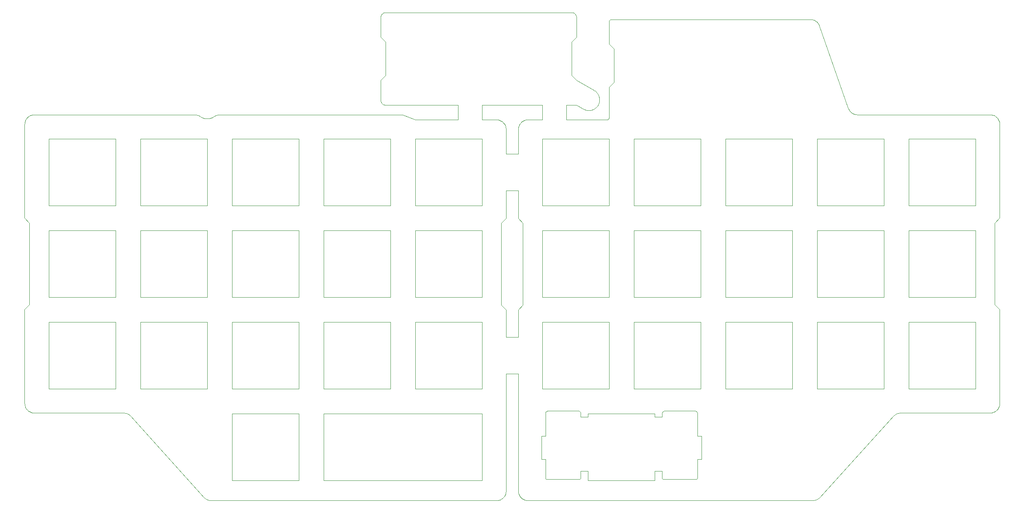
<source format=gm1>
G04 #@! TF.GenerationSoftware,KiCad,Pcbnew,(5.1.9)-1*
G04 #@! TF.CreationDate,2021-01-26T21:32:47-05:00*
G04 #@! TF.ProjectId,reviung34-split-L-TOP,72657669-756e-4673-9334-2d73706c6974,2.0*
G04 #@! TF.SameCoordinates,PX2faf080PY2faf080*
G04 #@! TF.FileFunction,Profile,NP*
%FSLAX46Y46*%
G04 Gerber Fmt 4.6, Leading zero omitted, Abs format (unit mm)*
G04 Created by KiCad (PCBNEW (5.1.9)-1) date 2021-01-26 21:32:47*
%MOMM*%
%LPD*%
G01*
G04 APERTURE LIST*
G04 #@! TA.AperFunction,Profile*
%ADD10C,0.100000*%
G04 #@! TD*
G04 APERTURE END LIST*
D10*
X197580160Y-38760032D02*
X183680147Y-38760032D01*
X197580138Y-24860019D02*
X197580160Y-38760032D01*
X183680147Y-24860041D02*
X197580138Y-24860019D01*
X183680147Y-38760032D02*
X183680147Y-24860041D01*
X197580160Y-57809989D02*
X183680147Y-57810011D01*
X197580138Y-43909998D02*
X197580160Y-57809989D01*
X183680147Y-43910019D02*
X197580138Y-43909998D01*
X183680147Y-57810011D02*
X183680147Y-43910019D01*
X197580160Y-76859989D02*
X183680147Y-76860011D01*
X197580138Y-62959998D02*
X197580160Y-76859989D01*
X183680147Y-62960019D02*
X197580138Y-62959998D01*
X183680147Y-76860011D02*
X183680147Y-62960019D01*
X163216456Y-59078D02*
X121880172Y-59100D01*
X159480160Y-38760032D02*
X145580147Y-38760032D01*
X159480138Y-24860019D02*
X159480160Y-38760032D01*
X145580147Y-24860041D02*
X159480138Y-24860019D01*
X145580147Y-38760032D02*
X145580147Y-24860041D01*
X159480160Y-57809989D02*
X145580147Y-57810011D01*
X159480138Y-43909998D02*
X159480160Y-57809989D01*
X145580147Y-43910019D02*
X159480138Y-43909998D01*
X145580147Y-57810011D02*
X145580147Y-43910019D01*
X178530160Y-38760032D02*
X164630147Y-38760032D01*
X178530138Y-24860019D02*
X178530160Y-38760032D01*
X164630147Y-24860041D02*
X178530138Y-24860019D01*
X164630147Y-38760032D02*
X164630147Y-24860041D01*
X178530160Y-57809989D02*
X164630147Y-57810011D01*
X178530138Y-43909998D02*
X178530160Y-57809989D01*
X164630147Y-43910019D02*
X178530138Y-43909998D01*
X164630147Y-57810011D02*
X164630147Y-43910019D01*
X178530160Y-76859989D02*
X164630147Y-76860011D01*
X178530138Y-62959998D02*
X178530160Y-76859989D01*
X164630147Y-62960019D02*
X178530138Y-62959998D01*
X164630147Y-76860011D02*
X164630147Y-62960019D01*
X202580156Y-21860030D02*
X202577553Y-21757109D01*
X202577553Y-21757109D02*
X202569830Y-21655540D01*
X202569830Y-21655540D02*
X202557111Y-21555448D01*
X202557111Y-21555448D02*
X202539522Y-21456958D01*
X202539522Y-21456958D02*
X202490239Y-21265289D01*
X202490239Y-21265289D02*
X202422985Y-21081537D01*
X202422985Y-21081537D02*
X202338765Y-20906708D01*
X202338765Y-20906708D02*
X202238586Y-20741807D01*
X202238586Y-20741807D02*
X202123451Y-20587839D01*
X202123451Y-20587839D02*
X201994367Y-20445811D01*
X201994367Y-20445811D02*
X201852339Y-20316727D01*
X201852339Y-20316727D02*
X201698371Y-20201592D01*
X201698371Y-20201592D02*
X201533470Y-20101413D01*
X201533470Y-20101413D02*
X201358641Y-20017193D01*
X201358641Y-20017193D02*
X201174889Y-19949939D01*
X201174889Y-19949939D02*
X200983220Y-19900656D01*
X200983220Y-19900656D02*
X200884730Y-19883067D01*
X200884730Y-19883067D02*
X200784638Y-19870348D01*
X200784638Y-19870348D02*
X200683069Y-19862625D01*
X200683069Y-19862625D02*
X200580149Y-19860023D01*
X202580156Y-41335026D02*
X202580156Y-21860030D01*
X165104127Y-1398273D02*
X165045991Y-1251048D01*
X165045991Y-1251048D02*
X164977256Y-1110433D01*
X164977256Y-1110433D02*
X164898482Y-976828D01*
X164898482Y-976828D02*
X164810230Y-850629D01*
X164810230Y-850629D02*
X164713064Y-732237D01*
X164713064Y-732237D02*
X164607543Y-622049D01*
X164607543Y-622049D02*
X164494231Y-520464D01*
X164494231Y-520464D02*
X164373688Y-427880D01*
X164373688Y-427880D02*
X164246476Y-344697D01*
X164246476Y-344697D02*
X164113158Y-271311D01*
X164113158Y-271311D02*
X163974294Y-208122D01*
X163974294Y-208122D02*
X163830447Y-155529D01*
X163830447Y-155529D02*
X163682178Y-113929D01*
X163682178Y-113929D02*
X163530048Y-83722D01*
X163530048Y-83722D02*
X163374620Y-65305D01*
X163374620Y-65305D02*
X163216456Y-59078D01*
X171097989Y-18520824D02*
X165104127Y-1398273D01*
X121380160Y-14104797D02*
X121380160Y-20412509D01*
X122378807Y-13106107D02*
X121380160Y-14104797D01*
X122378807Y-6176104D02*
X122378807Y-13106107D01*
X121380160Y-5177414D02*
X122378807Y-6176104D01*
X121380160Y-559113D02*
X121380160Y-5177414D01*
X121880172Y-59100D02*
X121779402Y-69258D01*
X121779402Y-69258D02*
X121663396Y-108406D01*
X121663396Y-108406D02*
X121562117Y-173278D01*
X121562117Y-173278D02*
X121479494Y-259947D01*
X121479494Y-259947D02*
X121419453Y-364485D01*
X121419453Y-364485D02*
X121385921Y-482965D01*
X121385921Y-482965D02*
X121380160Y-559113D01*
X202580091Y-60389483D02*
X201562324Y-59364481D01*
X172985666Y-19860023D02*
X172827500Y-19853795D01*
X172827500Y-19853795D02*
X172672072Y-19835378D01*
X172672072Y-19835378D02*
X172519942Y-19805171D01*
X172519942Y-19805171D02*
X172371672Y-19763571D01*
X172371672Y-19763571D02*
X172227824Y-19710977D01*
X172227824Y-19710977D02*
X172088960Y-19647788D01*
X172088960Y-19647788D02*
X171955641Y-19574403D01*
X171955641Y-19574403D02*
X171828430Y-19491218D01*
X171828430Y-19491218D02*
X171707886Y-19398634D01*
X171707886Y-19398634D02*
X171594573Y-19297049D01*
X171594573Y-19297049D02*
X171489053Y-19186861D01*
X171489053Y-19186861D02*
X171391886Y-19068468D01*
X171391886Y-19068468D02*
X171303634Y-18942270D01*
X171303634Y-18942270D02*
X171224859Y-18808664D01*
X171224859Y-18808664D02*
X171156124Y-18668049D01*
X171156124Y-18668049D02*
X171097989Y-18520824D01*
X200580149Y-19860023D02*
X172985666Y-19860023D01*
X159480160Y-76859989D02*
X145580147Y-76860011D01*
X159480138Y-62959998D02*
X159480160Y-76859989D01*
X145580147Y-62960019D02*
X159480138Y-62959998D01*
X145580147Y-76860011D02*
X145580147Y-62960019D01*
X201562324Y-59364481D02*
X201562324Y-42382486D01*
X140572464Y-86677607D02*
X140572464Y-91567683D01*
X139737114Y-86677607D02*
X140572464Y-86677607D01*
X139737114Y-81972016D02*
X139737114Y-86677607D01*
X139237102Y-81472003D02*
X139337870Y-81482161D01*
X139337870Y-81482161D02*
X139453876Y-81521310D01*
X139453876Y-81521310D02*
X139555154Y-81586182D01*
X139555154Y-81586182D02*
X139637778Y-81672851D01*
X139637778Y-81672851D02*
X139697820Y-81777389D01*
X139697820Y-81777389D02*
X139731352Y-81895869D01*
X139731352Y-81895869D02*
X139737114Y-81972016D01*
X132921725Y-81472003D02*
X139237102Y-81472003D01*
X132421734Y-81972016D02*
X132431892Y-81871246D01*
X132431892Y-81871246D02*
X132471040Y-81755241D01*
X132471040Y-81755241D02*
X132535911Y-81653962D01*
X132535911Y-81653962D02*
X132622578Y-81571338D01*
X132622578Y-81571338D02*
X132727111Y-81511297D01*
X132727111Y-81511297D02*
X132845584Y-81477764D01*
X132845584Y-81477764D02*
X132921725Y-81472003D01*
X132421734Y-95437064D02*
X132421734Y-93977958D01*
X132671740Y-95687070D02*
X132563347Y-95662414D01*
X132563347Y-95662414D02*
X132478820Y-95596085D01*
X132478820Y-95596085D02*
X132429604Y-95499540D01*
X132429604Y-95499540D02*
X132421734Y-95437064D01*
X139487108Y-95687070D02*
X132671740Y-95687070D01*
X139737114Y-95437064D02*
X139712458Y-95545446D01*
X139712458Y-95545446D02*
X139646129Y-95629976D01*
X139646129Y-95629976D02*
X139549584Y-95679198D01*
X139549584Y-95679198D02*
X139487108Y-95687070D01*
X139737114Y-91567683D02*
X139737114Y-95437064D01*
X140572464Y-91567683D02*
X139737114Y-91567683D01*
X132421734Y-82707091D02*
X132421734Y-81972016D01*
X130908347Y-82707091D02*
X132421734Y-82707091D01*
X130908347Y-82008986D02*
X130908347Y-82707091D01*
X201562324Y-42382486D02*
X202580156Y-41335026D01*
X116998903Y-82008986D02*
X130908347Y-82008986D01*
X116998903Y-82707091D02*
X116998903Y-82008986D01*
X115485537Y-82707091D02*
X116998903Y-82707091D01*
X115485537Y-81972016D02*
X115485537Y-82707091D01*
X114985546Y-81472003D02*
X115086307Y-81482161D01*
X115086307Y-81482161D02*
X115202306Y-81521310D01*
X115202306Y-81521310D02*
X115303581Y-81586182D01*
X115303581Y-81586182D02*
X115386202Y-81672851D01*
X115386202Y-81672851D02*
X115446243Y-81777389D01*
X115446243Y-81777389D02*
X115479775Y-81895869D01*
X115479775Y-81895869D02*
X115485537Y-81972016D01*
X89944869Y-20912500D02*
X81044874Y-20912500D01*
X89944869Y-17866002D02*
X89944869Y-20912500D01*
X74895939Y-17866002D02*
X89944869Y-17866002D01*
X73895957Y-16866020D02*
X73901119Y-16968262D01*
X73901119Y-16968262D02*
X73916273Y-17067551D01*
X73916273Y-17067551D02*
X73956635Y-17209847D01*
X73956635Y-17209847D02*
X74016649Y-17342670D01*
X74016649Y-17342670D02*
X74094617Y-17464325D01*
X74094617Y-17464325D02*
X74188844Y-17573114D01*
X74188844Y-17573114D02*
X74297633Y-17667341D01*
X74297633Y-17667341D02*
X74419288Y-17745309D01*
X74419288Y-17745309D02*
X74552111Y-17805323D01*
X74552111Y-17805323D02*
X74694407Y-17845685D01*
X74694407Y-17845685D02*
X74793696Y-17860839D01*
X74793696Y-17860839D02*
X74895939Y-17866002D01*
X73895957Y-12663089D02*
X73895957Y-16866020D01*
X74895960Y-11663043D02*
X73895957Y-12663089D01*
X74895960Y-4733040D02*
X74895960Y-11663043D01*
X73895957Y-3732993D02*
X74895960Y-4733040D01*
X73895957Y384004D02*
X73895957Y-3732993D01*
X74895960Y1384007D02*
X74793715Y1378845D01*
X74793715Y1378845D02*
X74694424Y1363691D01*
X74694424Y1363691D02*
X74552125Y1323328D01*
X74552125Y1323328D02*
X74419298Y1263313D01*
X74419298Y1263313D02*
X74297642Y1185342D01*
X74297642Y1185342D02*
X74188850Y1091114D01*
X74188850Y1091114D02*
X74094622Y982322D01*
X74094622Y982322D02*
X74016651Y860666D01*
X74016651Y860666D02*
X73956636Y727839D01*
X73956636Y727839D02*
X73916273Y585540D01*
X73916273Y585540D02*
X73901119Y486249D01*
X73901119Y486249D02*
X73895957Y384004D01*
X113586902Y1384007D02*
X74895960Y1384007D01*
X114586905Y384004D02*
X114581742Y486249D01*
X114581742Y486249D02*
X114566588Y585540D01*
X114566588Y585540D02*
X114526225Y727839D01*
X114526225Y727839D02*
X114466209Y860666D01*
X114466209Y860666D02*
X114388239Y982322D01*
X114388239Y982322D02*
X114294010Y1091114D01*
X114294010Y1091114D02*
X114185219Y1185342D01*
X114185219Y1185342D02*
X114063562Y1263313D01*
X114063562Y1263313D02*
X113930736Y1323328D01*
X113930736Y1323328D02*
X113788437Y1363691D01*
X113788437Y1363691D02*
X113689146Y1378845D01*
X113689146Y1378845D02*
X113586902Y1384007D01*
X114586905Y-3732993D02*
X114586905Y384004D01*
X113586902Y-4733040D02*
X114586905Y-3732993D01*
X113586902Y-11663043D02*
X113586902Y-4733040D01*
X114586905Y-12663089D02*
X113586902Y-11663043D01*
X118184963Y-14740438D02*
X114586905Y-12663089D01*
X119123917Y-17800747D02*
X119175610Y-17698260D01*
X119175610Y-17698260D02*
X119221291Y-17594353D01*
X119221291Y-17594353D02*
X119261038Y-17489210D01*
X119261038Y-17489210D02*
X119294930Y-17383018D01*
X119294930Y-17383018D02*
X119323045Y-17275964D01*
X119323045Y-17275964D02*
X119345461Y-17168233D01*
X119345461Y-17168233D02*
X119362257Y-17060013D01*
X119362257Y-17060013D02*
X119373511Y-16951489D01*
X119373511Y-16951489D02*
X119379302Y-16842849D01*
X119379302Y-16842849D02*
X119379707Y-16734278D01*
X119379707Y-16734278D02*
X119374807Y-16625962D01*
X119374807Y-16625962D02*
X119364678Y-16518088D01*
X119364678Y-16518088D02*
X119349399Y-16410843D01*
X119349399Y-16410843D02*
X119329050Y-16304413D01*
X119329050Y-16304413D02*
X119303707Y-16198984D01*
X119303707Y-16198984D02*
X119273450Y-16094742D01*
X119273450Y-16094742D02*
X119238357Y-15991874D01*
X119238357Y-15991874D02*
X119198506Y-15890566D01*
X119198506Y-15890566D02*
X119153976Y-15791005D01*
X119153976Y-15791005D02*
X119104845Y-15693376D01*
X119104845Y-15693376D02*
X119051192Y-15597867D01*
X119051192Y-15597867D02*
X118993095Y-15504664D01*
X118993095Y-15504664D02*
X118930633Y-15413952D01*
X118930633Y-15413952D02*
X118863883Y-15325919D01*
X118863883Y-15325919D02*
X118792925Y-15240751D01*
X118792925Y-15240751D02*
X118717837Y-15158633D01*
X118717837Y-15158633D02*
X118638697Y-15079753D01*
X118638697Y-15079753D02*
X118555583Y-15004297D01*
X118555583Y-15004297D02*
X118468574Y-14932451D01*
X118468574Y-14932451D02*
X118377749Y-14864402D01*
X118377749Y-14864402D02*
X118283186Y-14800335D01*
X118283186Y-14800335D02*
X118184963Y-14740438D01*
X116016684Y-18684729D02*
X116120314Y-18741056D01*
X116120314Y-18741056D02*
X116225564Y-18791420D01*
X116225564Y-18791420D02*
X116332229Y-18835876D01*
X116332229Y-18835876D02*
X116440105Y-18874478D01*
X116440105Y-18874478D02*
X116548988Y-18907282D01*
X116548988Y-18907282D02*
X116658674Y-18934341D01*
X116658674Y-18934341D02*
X116768959Y-18955711D01*
X116768959Y-18955711D02*
X116879638Y-18971445D01*
X116879638Y-18971445D02*
X116990509Y-18981600D01*
X116990509Y-18981600D02*
X117101366Y-18986229D01*
X117101366Y-18986229D02*
X117212007Y-18985387D01*
X117212007Y-18985387D02*
X117322226Y-18979129D01*
X117322226Y-18979129D02*
X117431819Y-18967509D01*
X117431819Y-18967509D02*
X117540584Y-18950583D01*
X117540584Y-18950583D02*
X117648314Y-18928404D01*
X117648314Y-18928404D02*
X117754808Y-18901028D01*
X117754808Y-18901028D02*
X117859860Y-18868508D01*
X117859860Y-18868508D02*
X117963266Y-18830901D01*
X117963266Y-18830901D02*
X118064823Y-18788260D01*
X118064823Y-18788260D02*
X118164327Y-18740640D01*
X118164327Y-18740640D02*
X118261572Y-18688096D01*
X118261572Y-18688096D02*
X118356356Y-18630682D01*
X118356356Y-18630682D02*
X118448475Y-18568453D01*
X118448475Y-18568453D02*
X118537723Y-18501465D01*
X118537723Y-18501465D02*
X118623898Y-18429770D01*
X118623898Y-18429770D02*
X118706795Y-18353425D01*
X118706795Y-18353425D02*
X118786210Y-18272484D01*
X118786210Y-18272484D02*
X118861940Y-18187001D01*
X118861940Y-18187001D02*
X118933779Y-18097031D01*
X118933779Y-18097031D02*
X119001524Y-18002629D01*
X119001524Y-18002629D02*
X119064971Y-17903849D01*
X119064971Y-17903849D02*
X119123917Y-17800747D01*
X114586905Y-17859241D02*
X116016684Y-18684729D01*
X114586905Y-17866002D02*
X114586905Y-17859241D01*
X112480165Y-17866002D02*
X114586905Y-17866002D01*
X112480165Y-20912500D02*
X112480165Y-17866002D01*
X120880169Y-20912500D02*
X112480165Y-20912500D01*
X121380160Y-20412509D02*
X121370001Y-20513274D01*
X121370001Y-20513274D02*
X121330855Y-20629275D01*
X121330855Y-20629275D02*
X121265986Y-20730549D01*
X121265986Y-20730549D02*
X121179321Y-20813169D01*
X121179321Y-20813169D02*
X121074787Y-20873208D01*
X121074787Y-20873208D02*
X120956312Y-20906738D01*
X120956312Y-20906738D02*
X120880169Y-20912500D01*
X108660587Y-81472003D02*
X114985546Y-81472003D01*
X108160596Y-81972016D02*
X108170753Y-81871246D01*
X108170753Y-81871246D02*
X108209899Y-81755241D01*
X108209899Y-81755241D02*
X108274766Y-81653962D01*
X108274766Y-81653962D02*
X108361430Y-81571338D01*
X108361430Y-81571338D02*
X108465964Y-81511297D01*
X108465964Y-81511297D02*
X108584441Y-81477764D01*
X108584441Y-81477764D02*
X108660587Y-81472003D01*
X99940663Y-73720000D02*
X102479978Y-73720000D01*
X99940728Y-98111965D02*
X99940663Y-73720000D01*
X97938977Y-100111972D02*
X98041961Y-100109456D01*
X98041961Y-100109456D02*
X98143597Y-100101813D01*
X98143597Y-100101813D02*
X98243757Y-100089167D01*
X98243757Y-100089167D02*
X98342317Y-100071645D01*
X98342317Y-100071645D02*
X98534130Y-100022475D01*
X98534130Y-100022475D02*
X98718028Y-99955308D01*
X98718028Y-99955308D02*
X98893003Y-99871152D01*
X98893003Y-99871152D02*
X99058049Y-99771012D01*
X99058049Y-99771012D02*
X99212157Y-99655896D01*
X99212157Y-99655896D02*
X99354321Y-99526809D01*
X99354321Y-99526809D02*
X99483533Y-99384758D01*
X99483533Y-99384758D02*
X99598785Y-99230750D01*
X99598785Y-99230750D02*
X99699069Y-99065792D01*
X99699069Y-99065792D02*
X99783380Y-98890889D01*
X99783380Y-98890889D02*
X99850708Y-98707048D01*
X99850708Y-98707048D02*
X99900047Y-98515276D01*
X99900047Y-98515276D02*
X99917656Y-98416731D01*
X99917656Y-98416731D02*
X99930390Y-98316580D01*
X99930390Y-98316580D02*
X99938122Y-98214949D01*
X99938122Y-98214949D02*
X99940728Y-98111965D01*
X38665523Y-100111994D02*
X97938977Y-100111972D01*
X37181552Y-99452818D02*
X37254492Y-99529381D01*
X37254492Y-99529381D02*
X37330986Y-99601636D01*
X37330986Y-99601636D02*
X37410839Y-99669493D01*
X37410839Y-99669493D02*
X37493854Y-99732866D01*
X37493854Y-99732866D02*
X37579836Y-99791669D01*
X37579836Y-99791669D02*
X37668590Y-99845815D01*
X37668590Y-99845815D02*
X37759919Y-99895216D01*
X37759919Y-99895216D02*
X37853629Y-99939786D01*
X37853629Y-99939786D02*
X37949523Y-99979437D01*
X37949523Y-99979437D02*
X38047407Y-100014084D01*
X38047407Y-100014084D02*
X38147083Y-100043639D01*
X38147083Y-100043639D02*
X38248358Y-100068015D01*
X38248358Y-100068015D02*
X38351035Y-100087125D01*
X38351035Y-100087125D02*
X38454918Y-100100883D01*
X38454918Y-100100883D02*
X38559813Y-100109201D01*
X38559813Y-100109201D02*
X38665523Y-100111994D01*
X21918811Y-82560395D02*
X37181552Y-99452818D01*
X20434792Y-81901197D02*
X20540505Y-81903989D01*
X20540505Y-81903989D02*
X20645403Y-81912307D01*
X20645403Y-81912307D02*
X20749290Y-81926066D01*
X20749290Y-81926066D02*
X20851970Y-81945177D01*
X20851970Y-81945177D02*
X20953248Y-81969554D01*
X20953248Y-81969554D02*
X21052927Y-81999109D01*
X21052927Y-81999109D02*
X21150814Y-82033757D01*
X21150814Y-82033757D02*
X21246711Y-82073410D01*
X21246711Y-82073410D02*
X21340424Y-82117982D01*
X21340424Y-82117982D02*
X21431756Y-82167384D01*
X21431756Y-82167384D02*
X21520512Y-82221532D01*
X21520512Y-82221532D02*
X21606497Y-82280336D01*
X21606497Y-82280336D02*
X21689515Y-82343712D01*
X21689515Y-82343712D02*
X21769370Y-82411572D01*
X21769370Y-82411572D02*
X21845867Y-82483828D01*
X21845867Y-82483828D02*
X21918811Y-82560395D01*
X1844907Y-81901197D02*
X20434792Y-81901197D01*
X-155101Y-79901182D02*
X-152499Y-80004102D01*
X-152499Y-80004102D02*
X-144776Y-80105671D01*
X-144776Y-80105671D02*
X-132058Y-80205764D01*
X-132058Y-80205764D02*
X-114470Y-80304254D01*
X-114470Y-80304254D02*
X-65187Y-80495924D01*
X-65187Y-80495924D02*
X2067Y-80679677D01*
X2067Y-80679677D02*
X86286Y-80854507D01*
X86286Y-80854507D02*
X186466Y-81019408D01*
X186466Y-81019408D02*
X301600Y-81173376D01*
X301600Y-81173376D02*
X430685Y-81315405D01*
X430685Y-81315405D02*
X572713Y-81444490D01*
X572713Y-81444490D02*
X726681Y-81559625D01*
X726681Y-81559625D02*
X891582Y-81659805D01*
X891582Y-81659805D02*
X1066411Y-81744025D01*
X1066411Y-81744025D02*
X1250164Y-81811280D01*
X1250164Y-81811280D02*
X1441834Y-81860563D01*
X1441834Y-81860563D02*
X1540324Y-81878152D01*
X1540324Y-81878152D02*
X1640417Y-81890871D01*
X1640417Y-81890871D02*
X1741986Y-81898594D01*
X1741986Y-81898594D02*
X1844907Y-81901197D01*
X-155014Y-60389483D02*
X-155101Y-79901182D01*
X803906Y-59364481D02*
X-155014Y-60389483D01*
X803906Y-42382486D02*
X803906Y-59364481D01*
X-155014Y-41335026D02*
X803906Y-42382486D01*
X-155014Y-21860009D02*
X-155014Y-41335026D01*
X1844993Y-19860002D02*
X1742072Y-19862604D01*
X1742072Y-19862604D02*
X1640503Y-19870327D01*
X1640503Y-19870327D02*
X1540411Y-19883046D01*
X1540411Y-19883046D02*
X1441921Y-19900635D01*
X1441921Y-19900635D02*
X1250251Y-19949918D01*
X1250251Y-19949918D02*
X1066499Y-20017172D01*
X1066499Y-20017172D02*
X891670Y-20101391D01*
X891670Y-20101391D02*
X726769Y-20201571D01*
X726769Y-20201571D02*
X572802Y-20316706D01*
X572802Y-20316706D02*
X430774Y-20445790D01*
X430774Y-20445790D02*
X301690Y-20587818D01*
X301690Y-20587818D02*
X186555Y-20741785D01*
X186555Y-20741785D02*
X86375Y-20906686D01*
X86375Y-20906686D02*
X2156Y-21081515D01*
X2156Y-21081515D02*
X-65098Y-21265267D01*
X-65098Y-21265267D02*
X-114381Y-21456937D01*
X-114381Y-21456937D02*
X-131970Y-21555427D01*
X-131970Y-21555427D02*
X-144689Y-21655519D01*
X-144689Y-21655519D02*
X-152412Y-21757088D01*
X-152412Y-21757088D02*
X-155014Y-21860009D01*
X35193994Y-19860002D02*
X1844993Y-19860002D01*
X36381550Y-20251759D02*
X36281115Y-20185965D01*
X36281115Y-20185965D02*
X36177907Y-20125402D01*
X36177907Y-20125402D02*
X36072105Y-20070342D01*
X36072105Y-20070342D02*
X35963888Y-20021055D01*
X35963888Y-20021055D02*
X35853437Y-19977812D01*
X35853437Y-19977812D02*
X35740931Y-19940884D01*
X35740931Y-19940884D02*
X35626548Y-19910541D01*
X35626548Y-19910541D02*
X35510468Y-19887054D01*
X35510468Y-19887054D02*
X35392872Y-19870694D01*
X35392872Y-19870694D02*
X35273938Y-19861732D01*
X35273938Y-19861732D02*
X35193994Y-19860002D01*
X37794887Y-20691971D02*
X37648227Y-20687714D01*
X37648227Y-20687714D02*
X37503844Y-20675106D01*
X37503844Y-20675106D02*
X37361963Y-20654386D01*
X37361963Y-20654386D02*
X37222811Y-20625794D01*
X37222811Y-20625794D02*
X37086613Y-20589571D01*
X37086613Y-20589571D02*
X36953596Y-20545957D01*
X36953596Y-20545957D02*
X36823986Y-20495192D01*
X36823986Y-20495192D02*
X36698008Y-20437517D01*
X36698008Y-20437517D02*
X36575890Y-20373171D01*
X36575890Y-20373171D02*
X36457857Y-20302396D01*
X36457857Y-20302396D02*
X36381550Y-20251759D01*
X39208195Y-20251767D02*
X39093013Y-20326694D01*
X39093013Y-20326694D02*
X38973596Y-20395351D01*
X38973596Y-20395351D02*
X38850170Y-20457499D01*
X38850170Y-20457499D02*
X38722960Y-20512897D01*
X38722960Y-20512897D02*
X38592192Y-20561304D01*
X38592192Y-20561304D02*
X38458093Y-20602480D01*
X38458093Y-20602480D02*
X38320888Y-20636185D01*
X38320888Y-20636185D02*
X38180804Y-20662180D01*
X38180804Y-20662180D02*
X38038066Y-20680222D01*
X38038066Y-20680222D02*
X37892900Y-20690073D01*
X37892900Y-20690073D02*
X37794887Y-20691971D01*
X40395763Y-19860002D02*
X40276035Y-19863881D01*
X40276035Y-19863881D02*
X40157525Y-19875339D01*
X40157525Y-19875339D02*
X40040413Y-19894105D01*
X40040413Y-19894105D02*
X39924878Y-19919908D01*
X39924878Y-19919908D02*
X39811100Y-19952477D01*
X39811100Y-19952477D02*
X39699257Y-19991542D01*
X39699257Y-19991542D02*
X39589530Y-20036831D01*
X39589530Y-20036831D02*
X39482098Y-20088073D01*
X39482098Y-20088073D02*
X39377140Y-20144998D01*
X39377140Y-20144998D02*
X39274835Y-20207335D01*
X39274835Y-20207335D02*
X39208195Y-20251767D01*
X78469859Y-19860002D02*
X40395763Y-19860002D01*
X81044874Y-20912500D02*
X78469859Y-19860002D01*
X108160596Y-86677607D02*
X108160596Y-81972016D01*
X107325225Y-86677607D02*
X108160596Y-86677607D01*
X107325225Y-91567683D02*
X107325225Y-86677607D01*
X18744909Y-38760032D02*
X4844896Y-38760032D01*
X18744909Y-43910019D02*
X18744909Y-57810011D01*
X4844917Y-43909998D02*
X18744909Y-43910019D01*
X4844896Y-57809989D02*
X4844917Y-43909998D01*
X18744909Y-57810011D02*
X4844896Y-57809989D01*
X18744909Y-62960019D02*
X18744909Y-76860011D01*
X4844917Y-62959998D02*
X18744909Y-62960019D01*
X4844896Y-76859989D02*
X4844917Y-62959998D01*
X18744909Y-76860011D02*
X4844896Y-76859989D01*
X202580178Y-79901229D02*
X202580091Y-60389483D01*
X200580170Y-81901241D02*
X200683090Y-81898638D01*
X200683090Y-81898638D02*
X200784659Y-81890915D01*
X200784659Y-81890915D02*
X200884752Y-81878196D01*
X200884752Y-81878196D02*
X200983242Y-81860608D01*
X200983242Y-81860608D02*
X201174912Y-81811325D01*
X201174912Y-81811325D02*
X201358665Y-81744070D01*
X201358665Y-81744070D02*
X201533494Y-81659851D01*
X201533494Y-81659851D02*
X201698395Y-81559671D01*
X201698395Y-81559671D02*
X201852363Y-81444536D01*
X201852363Y-81444536D02*
X201994391Y-81315451D01*
X201994391Y-81315451D02*
X202123476Y-81173422D01*
X202123476Y-81173422D02*
X202238610Y-81019455D01*
X202238610Y-81019455D02*
X202338790Y-80854553D01*
X202338790Y-80854553D02*
X202423009Y-80679724D01*
X202423009Y-80679724D02*
X202490263Y-80495971D01*
X202490263Y-80495971D02*
X202539546Y-80304301D01*
X202539546Y-80304301D02*
X202557134Y-80205811D01*
X202557134Y-80205811D02*
X202569852Y-80105718D01*
X202569852Y-80105718D02*
X202577575Y-80004149D01*
X202577575Y-80004149D02*
X202580178Y-79901229D01*
X181971229Y-81901197D02*
X200580170Y-81901241D01*
X180488558Y-82558939D02*
X180561483Y-82482533D01*
X180561483Y-82482533D02*
X180637950Y-82410430D01*
X180637950Y-82410430D02*
X180717765Y-82342717D01*
X180717765Y-82342717D02*
X180800732Y-82279479D01*
X180800732Y-82279479D02*
X180886655Y-82220803D01*
X180886655Y-82220803D02*
X180975341Y-82166775D01*
X180975341Y-82166775D02*
X181066594Y-82117482D01*
X181066594Y-82117482D02*
X181160220Y-82073012D01*
X181160220Y-82073012D02*
X181256023Y-82033449D01*
X181256023Y-82033449D02*
X181353808Y-81998880D01*
X181353808Y-81998880D02*
X181453380Y-81969392D01*
X181453380Y-81969392D02*
X181554545Y-81945072D01*
X181554545Y-81945072D02*
X181657107Y-81926006D01*
X181657107Y-81926006D02*
X181760872Y-81912281D01*
X181760872Y-81912281D02*
X181865644Y-81903982D01*
X181865644Y-81903982D02*
X181971229Y-81901197D01*
X165230584Y-99413393D02*
X180488558Y-82558939D01*
X163747234Y-100072870D02*
X163852911Y-100070031D01*
X163852911Y-100070031D02*
X163957772Y-100061670D01*
X163957772Y-100061670D02*
X164061620Y-100047874D01*
X164061620Y-100047874D02*
X164164261Y-100028728D01*
X164164261Y-100028728D02*
X164265497Y-100004321D01*
X164265497Y-100004321D02*
X164365135Y-99974739D01*
X164365135Y-99974739D02*
X164462979Y-99940069D01*
X164462979Y-99940069D02*
X164558833Y-99900397D01*
X164558833Y-99900397D02*
X164652502Y-99855811D01*
X164652502Y-99855811D02*
X164743790Y-99806397D01*
X164743790Y-99806397D02*
X164832502Y-99752242D01*
X164832502Y-99752242D02*
X164918443Y-99693433D01*
X164918443Y-99693433D02*
X165001417Y-99630056D01*
X165001417Y-99630056D02*
X165081229Y-99562200D01*
X165081229Y-99562200D02*
X165157683Y-99489949D01*
X165157683Y-99489949D02*
X165230584Y-99413393D01*
X104480812Y-100099419D02*
X163747234Y-100072870D01*
X102479914Y-98099412D02*
X102482517Y-98202364D01*
X102482517Y-98202364D02*
X102490245Y-98303964D01*
X102490245Y-98303964D02*
X102502971Y-98404085D01*
X102502971Y-98404085D02*
X102520570Y-98502603D01*
X102520570Y-98502603D02*
X102569881Y-98694325D01*
X102569881Y-98694325D02*
X102637173Y-98878122D01*
X102637173Y-98878122D02*
X102721438Y-99052988D01*
X102721438Y-99052988D02*
X102821672Y-99217919D01*
X102821672Y-99217919D02*
X102936866Y-99371907D01*
X102936866Y-99371907D02*
X103066015Y-99513947D01*
X103066015Y-99513947D02*
X103208113Y-99643033D01*
X103208113Y-99643033D02*
X103362152Y-99758158D01*
X103362152Y-99758158D02*
X103527127Y-99858318D01*
X103527127Y-99858318D02*
X103702031Y-99942506D01*
X103702031Y-99942506D02*
X103885858Y-100009716D01*
X103885858Y-100009716D02*
X104077602Y-100058942D01*
X104077602Y-100058942D02*
X104176127Y-100076497D01*
X104176127Y-100076497D02*
X104276255Y-100089178D01*
X104276255Y-100089178D02*
X104377858Y-100096861D01*
X104377858Y-100096861D02*
X104480812Y-100099419D01*
X102479978Y-73720000D02*
X102479914Y-98099412D01*
X108410581Y-95687070D02*
X108302202Y-95662414D01*
X108302202Y-95662414D02*
X108217680Y-95596085D01*
X108217680Y-95596085D02*
X108168466Y-95499540D01*
X108168466Y-95499540D02*
X108160596Y-95437064D01*
X115235531Y-95687070D02*
X108410581Y-95687070D01*
X115485537Y-95437064D02*
X115460885Y-95545446D01*
X115460885Y-95545446D02*
X115394561Y-95629976D01*
X115394561Y-95629976D02*
X115298014Y-95679198D01*
X115298014Y-95679198D02*
X115235531Y-95687070D01*
X115485537Y-93977958D02*
X115485537Y-95437064D01*
X117000345Y-93977958D02*
X115485537Y-93977958D01*
X117000345Y-95914425D02*
X117000345Y-93977958D01*
X130906904Y-95914425D02*
X117000345Y-95914425D01*
X130906904Y-93977958D02*
X130906904Y-95914425D01*
X132421734Y-93977958D02*
X130906904Y-93977958D01*
X108160596Y-91567683D02*
X107325225Y-91567683D01*
X108160596Y-95437064D02*
X108160596Y-91567683D01*
X75894866Y-38760032D02*
X61994874Y-38760032D01*
X75894887Y-24860041D02*
X75894866Y-38760032D01*
X61994874Y-24860019D02*
X75894887Y-24860041D01*
X107480147Y-62960019D02*
X121380160Y-62959998D01*
X107480168Y-76860011D02*
X107480147Y-62960019D01*
X121380160Y-76859989D02*
X107480168Y-76860011D01*
X121380160Y-62959998D02*
X121380160Y-76859989D01*
X121380160Y-57809989D02*
X107480168Y-57810011D01*
X121380160Y-43909998D02*
X121380160Y-57809989D01*
X107480147Y-43910019D02*
X121380160Y-43909998D01*
X107480168Y-57810011D02*
X107480147Y-43910019D01*
X107480147Y-24860041D02*
X121380160Y-24860019D01*
X107480168Y-38760032D02*
X107480147Y-24860041D01*
X121380160Y-38760032D02*
X107480168Y-38760032D01*
X121380160Y-24860019D02*
X121380160Y-38760032D01*
X126530147Y-76860011D02*
X126530147Y-62960019D01*
X140430160Y-76859989D02*
X126530147Y-76860011D01*
X140430138Y-62959998D02*
X140430160Y-76859989D01*
X126530147Y-62960019D02*
X140430138Y-62959998D01*
X126530147Y-57810011D02*
X126530147Y-43910019D01*
X140430160Y-57809989D02*
X126530147Y-57810011D01*
X140430138Y-43909998D02*
X140430160Y-57809989D01*
X126530147Y-43910019D02*
X140430138Y-43909998D01*
X126530147Y-38760032D02*
X126530147Y-24860041D01*
X140430160Y-38760032D02*
X126530147Y-38760032D01*
X140430138Y-24860019D02*
X140430160Y-38760032D01*
X126530147Y-24860041D02*
X140430138Y-24860019D01*
X37794887Y-24860041D02*
X37794866Y-38760032D01*
X23894874Y-24860019D02*
X37794887Y-24860041D01*
X23894874Y-38760032D02*
X23894874Y-24860019D01*
X37794866Y-38760032D02*
X23894874Y-38760032D01*
X37794887Y-43910019D02*
X37794866Y-57810011D01*
X23894874Y-43909998D02*
X37794887Y-43910019D01*
X23894874Y-57809989D02*
X23894874Y-43909998D01*
X37794866Y-57810011D02*
X23894874Y-57809989D01*
X37794887Y-62960019D02*
X37794866Y-76860011D01*
X23894874Y-62959998D02*
X37794887Y-62960019D01*
X23894874Y-76859989D02*
X23894874Y-62959998D01*
X37794866Y-76860011D02*
X23894874Y-76859989D01*
X18744909Y-24860041D02*
X18744909Y-38760032D01*
X4844917Y-24860019D02*
X18744909Y-24860041D01*
X4844896Y-38760032D02*
X4844917Y-24860019D01*
X75894866Y-76860011D02*
X61994874Y-76859989D01*
X75894887Y-62960019D02*
X75894866Y-76860011D01*
X61994874Y-62959998D02*
X75894887Y-62960019D01*
X61994874Y-57809989D02*
X61994874Y-43909998D01*
X75894866Y-57810011D02*
X61994874Y-57809989D01*
X75894887Y-43910019D02*
X75894866Y-57810011D01*
X61994874Y-43909998D02*
X75894887Y-43910019D01*
X61994874Y-38760032D02*
X61994874Y-24860019D01*
X99940663Y-35620000D02*
X102480000Y-35620000D01*
X99940642Y-41389695D02*
X99940663Y-35620000D01*
X98981721Y-42437133D02*
X99940642Y-41389695D01*
X98981721Y-59419150D02*
X98981721Y-42437133D01*
X99940642Y-60444152D02*
X98981721Y-59419150D01*
X99940663Y-66100009D02*
X99940642Y-60444152D01*
X102479978Y-66100009D02*
X99940663Y-66100009D01*
X102480000Y-60430716D02*
X102479978Y-66100009D01*
X103438921Y-59405714D02*
X102480000Y-60430716D01*
X94944887Y-24860019D02*
X94944866Y-38760011D01*
X81044874Y-24859998D02*
X94944887Y-24860019D01*
X81044874Y-38759989D02*
X81044874Y-24859998D01*
X94944866Y-38760011D02*
X81044874Y-38759989D01*
X94944887Y-43910019D02*
X94944866Y-57810011D01*
X81044874Y-43909998D02*
X94944887Y-43910019D01*
X81044874Y-57809989D02*
X81044874Y-43909998D01*
X94944866Y-57810011D02*
X81044874Y-57809989D01*
X94944887Y-62960019D02*
X94944866Y-76860011D01*
X81044874Y-62959998D02*
X94944887Y-62960019D01*
X81044874Y-76859989D02*
X81044874Y-62959998D01*
X94944866Y-76860011D02*
X81044874Y-76859989D01*
X94944779Y-82009933D02*
X94944758Y-95909946D01*
X61994788Y-82009933D02*
X94944779Y-82009933D01*
X61994767Y-95909925D02*
X61994788Y-82009933D01*
X94944758Y-95909946D02*
X61994767Y-95909925D01*
X56844887Y-24860041D02*
X56844866Y-38760032D01*
X42944874Y-24860019D02*
X56844887Y-24860041D01*
X42944874Y-38760032D02*
X42944874Y-24860019D01*
X56844866Y-38760032D02*
X42944874Y-38760032D01*
X56844887Y-43910019D02*
X56844866Y-57810011D01*
X42944874Y-43909998D02*
X56844887Y-43910019D01*
X42944874Y-57809989D02*
X42944874Y-43909998D01*
X56844866Y-57810011D02*
X42944874Y-57809989D01*
X56844887Y-62960019D02*
X56844866Y-76860011D01*
X42944874Y-62959998D02*
X56844887Y-62960019D01*
X42944874Y-76859989D02*
X42944874Y-62959998D01*
X56844866Y-76860011D02*
X42944874Y-76859989D01*
X56844887Y-82010019D02*
X56844866Y-95910011D01*
X42944874Y-82009998D02*
X56844887Y-82010019D01*
X42944874Y-95909989D02*
X42944874Y-82009998D01*
X56844866Y-95910011D02*
X42944874Y-95909989D01*
X61994874Y-76859989D02*
X61994874Y-62959998D01*
X107480147Y-20912500D02*
X104480007Y-20912500D01*
X107480147Y-17866002D02*
X107480147Y-20912500D01*
X94944887Y-17866002D02*
X107480147Y-17866002D01*
X94944887Y-20912500D02*
X94944887Y-17866002D01*
X97940721Y-20912500D02*
X94944887Y-20912500D01*
X99940728Y-22912507D02*
X99938125Y-22809587D01*
X99938125Y-22809587D02*
X99930402Y-22708019D01*
X99930402Y-22708019D02*
X99917683Y-22607928D01*
X99917683Y-22607928D02*
X99900095Y-22509439D01*
X99900095Y-22509439D02*
X99850812Y-22317770D01*
X99850812Y-22317770D02*
X99783558Y-22134018D01*
X99783558Y-22134018D02*
X99699339Y-21959189D01*
X99699339Y-21959189D02*
X99599160Y-21794289D01*
X99599160Y-21794289D02*
X99484026Y-21640321D01*
X99484026Y-21640321D02*
X99354943Y-21498292D01*
X99354943Y-21498292D02*
X99212915Y-21369208D01*
X99212915Y-21369208D02*
X99058948Y-21254072D01*
X99058948Y-21254072D02*
X98894047Y-21153892D01*
X98894047Y-21153892D02*
X98719218Y-21069672D01*
X98719218Y-21069672D02*
X98535465Y-21002417D01*
X98535465Y-21002417D02*
X98343794Y-20953133D01*
X98343794Y-20953133D02*
X98245304Y-20935544D01*
X98245304Y-20935544D02*
X98145211Y-20922825D01*
X98145211Y-20922825D02*
X98043641Y-20915102D01*
X98043641Y-20915102D02*
X97940721Y-20912500D01*
X99940706Y-28000009D02*
X99940728Y-22912507D01*
X102480000Y-28000009D02*
X99940706Y-28000009D01*
X102480000Y-22912507D02*
X102480000Y-28000009D01*
X104480007Y-20912500D02*
X104377087Y-20915102D01*
X104377087Y-20915102D02*
X104275519Y-20922825D01*
X104275519Y-20922825D02*
X104175428Y-20935544D01*
X104175428Y-20935544D02*
X104076939Y-20953133D01*
X104076939Y-20953133D02*
X103885270Y-21002417D01*
X103885270Y-21002417D02*
X103701518Y-21069672D01*
X103701518Y-21069672D02*
X103526689Y-21153892D01*
X103526689Y-21153892D02*
X103361789Y-21254072D01*
X103361789Y-21254072D02*
X103207821Y-21369208D01*
X103207821Y-21369208D02*
X103065792Y-21498292D01*
X103065792Y-21498292D02*
X102936708Y-21640321D01*
X102936708Y-21640321D02*
X102821572Y-21794289D01*
X102821572Y-21794289D02*
X102721392Y-21959189D01*
X102721392Y-21959189D02*
X102637172Y-22134018D01*
X102637172Y-22134018D02*
X102569917Y-22317770D01*
X102569917Y-22317770D02*
X102520633Y-22509439D01*
X102520633Y-22509439D02*
X102503044Y-22607928D01*
X102503044Y-22607928D02*
X102490325Y-22708019D01*
X102490325Y-22708019D02*
X102482602Y-22809587D01*
X102482602Y-22809587D02*
X102480000Y-22912507D01*
X103438921Y-42423719D02*
X103438921Y-59405714D01*
X102480000Y-41376259D02*
X103438921Y-42423719D01*
X102480000Y-35620000D02*
X102480000Y-41376259D01*
M02*

</source>
